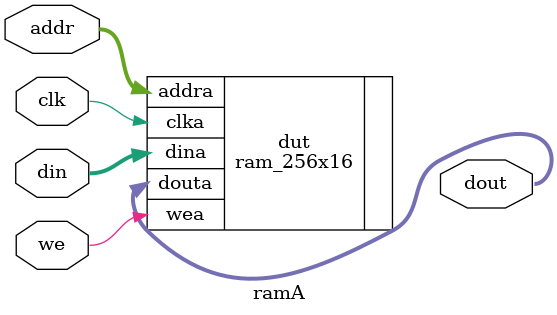
<source format=v>
`timescale 1ns / 1ps
module ramA(
    input clk,
    input we,
    input [7:0] addr,
    input [15:0] din,
    output [15:0] dout
    );

     ram_256x16 dut(
     .clka(clk), // input clka
     .wea(we), // input [0 : 0] wea
     .addra(addr), // input [7 : 0] addra
     .dina(din), // input [15 : 0] dina
     .douta(dout) // output [15 : 0] douta
     );
endmodule

</source>
